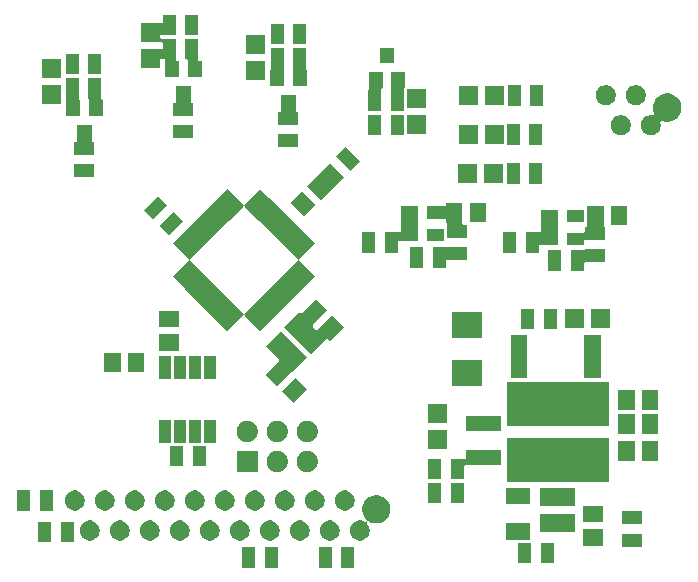
<source format=gts>
G04 #@! TF.GenerationSoftware,KiCad,Pcbnew,5.0.1-33cea8e~68~ubuntu18.04.1*
G04 #@! TF.CreationDate,2018-12-01T11:29:07-05:00*
G04 #@! TF.ProjectId,throttle,7468726F74746C652E6B696361645F70,rev?*
G04 #@! TF.SameCoordinates,Original*
G04 #@! TF.FileFunction,Soldermask,Top*
G04 #@! TF.FilePolarity,Negative*
%FSLAX46Y46*%
G04 Gerber Fmt 4.6, Leading zero omitted, Abs format (unit mm)*
G04 Created by KiCad (PCBNEW 5.0.1-33cea8e~68~ubuntu18.04.1) date Sat 01 Dec 2018 11:29:07 AM EST*
%MOMM*%
%LPD*%
G01*
G04 APERTURE LIST*
%ADD10C,0.100000*%
G04 APERTURE END LIST*
D10*
G36*
X117776000Y-95084000D02*
X116676000Y-95084000D01*
X116676000Y-93384000D01*
X117776000Y-93384000D01*
X117776000Y-95084000D01*
X117776000Y-95084000D01*
G37*
G36*
X124253000Y-95084000D02*
X123153000Y-95084000D01*
X123153000Y-93384000D01*
X124253000Y-93384000D01*
X124253000Y-95084000D01*
X124253000Y-95084000D01*
G37*
G36*
X126153000Y-95084000D02*
X125053000Y-95084000D01*
X125053000Y-93384000D01*
X126153000Y-93384000D01*
X126153000Y-95084000D01*
X126153000Y-95084000D01*
G37*
G36*
X119676000Y-95084000D02*
X118576000Y-95084000D01*
X118576000Y-93384000D01*
X119676000Y-93384000D01*
X119676000Y-95084000D01*
X119676000Y-95084000D01*
G37*
G36*
X143064879Y-94684933D02*
X141964879Y-94684933D01*
X141964879Y-92984933D01*
X143064879Y-92984933D01*
X143064879Y-94684933D01*
X143064879Y-94684933D01*
G37*
G36*
X141164879Y-94684933D02*
X140064879Y-94684933D01*
X140064879Y-92984933D01*
X141164879Y-92984933D01*
X141164879Y-94684933D01*
X141164879Y-94684933D01*
G37*
G36*
X150542879Y-93302933D02*
X148842879Y-93302933D01*
X148842879Y-92202933D01*
X150542879Y-92202933D01*
X150542879Y-93302933D01*
X150542879Y-93302933D01*
G37*
G36*
X147215879Y-93248933D02*
X145565879Y-93248933D01*
X145565879Y-91848933D01*
X147215879Y-91848933D01*
X147215879Y-93248933D01*
X147215879Y-93248933D01*
G37*
G36*
X102404000Y-92925000D02*
X101304000Y-92925000D01*
X101304000Y-91225000D01*
X102404000Y-91225000D01*
X102404000Y-92925000D01*
X102404000Y-92925000D01*
G37*
G36*
X100504000Y-92925000D02*
X99404000Y-92925000D01*
X99404000Y-91225000D01*
X100504000Y-91225000D01*
X100504000Y-92925000D01*
X100504000Y-92925000D01*
G37*
G36*
X104006934Y-91130664D02*
X104161627Y-91194740D01*
X104300847Y-91287764D01*
X104419236Y-91406153D01*
X104512260Y-91545373D01*
X104576336Y-91700066D01*
X104609000Y-91864281D01*
X104609000Y-92031719D01*
X104576336Y-92195934D01*
X104512260Y-92350627D01*
X104419236Y-92489847D01*
X104300847Y-92608236D01*
X104161627Y-92701260D01*
X104006934Y-92765336D01*
X103842719Y-92798000D01*
X103675281Y-92798000D01*
X103511066Y-92765336D01*
X103356373Y-92701260D01*
X103217153Y-92608236D01*
X103098764Y-92489847D01*
X103005740Y-92350627D01*
X102941664Y-92195934D01*
X102909000Y-92031719D01*
X102909000Y-91864281D01*
X102941664Y-91700066D01*
X103005740Y-91545373D01*
X103098764Y-91406153D01*
X103217153Y-91287764D01*
X103356373Y-91194740D01*
X103511066Y-91130664D01*
X103675281Y-91098000D01*
X103842719Y-91098000D01*
X104006934Y-91130664D01*
X104006934Y-91130664D01*
G37*
G36*
X106546934Y-91130664D02*
X106701627Y-91194740D01*
X106840847Y-91287764D01*
X106959236Y-91406153D01*
X107052260Y-91545373D01*
X107116336Y-91700066D01*
X107149000Y-91864281D01*
X107149000Y-92031719D01*
X107116336Y-92195934D01*
X107052260Y-92350627D01*
X106959236Y-92489847D01*
X106840847Y-92608236D01*
X106701627Y-92701260D01*
X106546934Y-92765336D01*
X106382719Y-92798000D01*
X106215281Y-92798000D01*
X106051066Y-92765336D01*
X105896373Y-92701260D01*
X105757153Y-92608236D01*
X105638764Y-92489847D01*
X105545740Y-92350627D01*
X105481664Y-92195934D01*
X105449000Y-92031719D01*
X105449000Y-91864281D01*
X105481664Y-91700066D01*
X105545740Y-91545373D01*
X105638764Y-91406153D01*
X105757153Y-91287764D01*
X105896373Y-91194740D01*
X106051066Y-91130664D01*
X106215281Y-91098000D01*
X106382719Y-91098000D01*
X106546934Y-91130664D01*
X106546934Y-91130664D01*
G37*
G36*
X111626934Y-91130664D02*
X111781627Y-91194740D01*
X111920847Y-91287764D01*
X112039236Y-91406153D01*
X112132260Y-91545373D01*
X112196336Y-91700066D01*
X112229000Y-91864281D01*
X112229000Y-92031719D01*
X112196336Y-92195934D01*
X112132260Y-92350627D01*
X112039236Y-92489847D01*
X111920847Y-92608236D01*
X111781627Y-92701260D01*
X111626934Y-92765336D01*
X111462719Y-92798000D01*
X111295281Y-92798000D01*
X111131066Y-92765336D01*
X110976373Y-92701260D01*
X110837153Y-92608236D01*
X110718764Y-92489847D01*
X110625740Y-92350627D01*
X110561664Y-92195934D01*
X110529000Y-92031719D01*
X110529000Y-91864281D01*
X110561664Y-91700066D01*
X110625740Y-91545373D01*
X110718764Y-91406153D01*
X110837153Y-91287764D01*
X110976373Y-91194740D01*
X111131066Y-91130664D01*
X111295281Y-91098000D01*
X111462719Y-91098000D01*
X111626934Y-91130664D01*
X111626934Y-91130664D01*
G37*
G36*
X114166934Y-91130664D02*
X114321627Y-91194740D01*
X114460847Y-91287764D01*
X114579236Y-91406153D01*
X114672260Y-91545373D01*
X114736336Y-91700066D01*
X114769000Y-91864281D01*
X114769000Y-92031719D01*
X114736336Y-92195934D01*
X114672260Y-92350627D01*
X114579236Y-92489847D01*
X114460847Y-92608236D01*
X114321627Y-92701260D01*
X114166934Y-92765336D01*
X114002719Y-92798000D01*
X113835281Y-92798000D01*
X113671066Y-92765336D01*
X113516373Y-92701260D01*
X113377153Y-92608236D01*
X113258764Y-92489847D01*
X113165740Y-92350627D01*
X113101664Y-92195934D01*
X113069000Y-92031719D01*
X113069000Y-91864281D01*
X113101664Y-91700066D01*
X113165740Y-91545373D01*
X113258764Y-91406153D01*
X113377153Y-91287764D01*
X113516373Y-91194740D01*
X113671066Y-91130664D01*
X113835281Y-91098000D01*
X114002719Y-91098000D01*
X114166934Y-91130664D01*
X114166934Y-91130664D01*
G37*
G36*
X116706934Y-91130664D02*
X116861627Y-91194740D01*
X117000847Y-91287764D01*
X117119236Y-91406153D01*
X117212260Y-91545373D01*
X117276336Y-91700066D01*
X117309000Y-91864281D01*
X117309000Y-92031719D01*
X117276336Y-92195934D01*
X117212260Y-92350627D01*
X117119236Y-92489847D01*
X117000847Y-92608236D01*
X116861627Y-92701260D01*
X116706934Y-92765336D01*
X116542719Y-92798000D01*
X116375281Y-92798000D01*
X116211066Y-92765336D01*
X116056373Y-92701260D01*
X115917153Y-92608236D01*
X115798764Y-92489847D01*
X115705740Y-92350627D01*
X115641664Y-92195934D01*
X115609000Y-92031719D01*
X115609000Y-91864281D01*
X115641664Y-91700066D01*
X115705740Y-91545373D01*
X115798764Y-91406153D01*
X115917153Y-91287764D01*
X116056373Y-91194740D01*
X116211066Y-91130664D01*
X116375281Y-91098000D01*
X116542719Y-91098000D01*
X116706934Y-91130664D01*
X116706934Y-91130664D01*
G37*
G36*
X121786934Y-91130664D02*
X121941627Y-91194740D01*
X122080847Y-91287764D01*
X122199236Y-91406153D01*
X122292260Y-91545373D01*
X122356336Y-91700066D01*
X122389000Y-91864281D01*
X122389000Y-92031719D01*
X122356336Y-92195934D01*
X122292260Y-92350627D01*
X122199236Y-92489847D01*
X122080847Y-92608236D01*
X121941627Y-92701260D01*
X121786934Y-92765336D01*
X121622719Y-92798000D01*
X121455281Y-92798000D01*
X121291066Y-92765336D01*
X121136373Y-92701260D01*
X120997153Y-92608236D01*
X120878764Y-92489847D01*
X120785740Y-92350627D01*
X120721664Y-92195934D01*
X120689000Y-92031719D01*
X120689000Y-91864281D01*
X120721664Y-91700066D01*
X120785740Y-91545373D01*
X120878764Y-91406153D01*
X120997153Y-91287764D01*
X121136373Y-91194740D01*
X121291066Y-91130664D01*
X121455281Y-91098000D01*
X121622719Y-91098000D01*
X121786934Y-91130664D01*
X121786934Y-91130664D01*
G37*
G36*
X124326934Y-91130664D02*
X124481627Y-91194740D01*
X124620847Y-91287764D01*
X124739236Y-91406153D01*
X124832260Y-91545373D01*
X124896336Y-91700066D01*
X124929000Y-91864281D01*
X124929000Y-92031719D01*
X124896336Y-92195934D01*
X124832260Y-92350627D01*
X124739236Y-92489847D01*
X124620847Y-92608236D01*
X124481627Y-92701260D01*
X124326934Y-92765336D01*
X124162719Y-92798000D01*
X123995281Y-92798000D01*
X123831066Y-92765336D01*
X123676373Y-92701260D01*
X123537153Y-92608236D01*
X123418764Y-92489847D01*
X123325740Y-92350627D01*
X123261664Y-92195934D01*
X123229000Y-92031719D01*
X123229000Y-91864281D01*
X123261664Y-91700066D01*
X123325740Y-91545373D01*
X123418764Y-91406153D01*
X123537153Y-91287764D01*
X123676373Y-91194740D01*
X123831066Y-91130664D01*
X123995281Y-91098000D01*
X124162719Y-91098000D01*
X124326934Y-91130664D01*
X124326934Y-91130664D01*
G37*
G36*
X128369026Y-88994115D02*
X128587412Y-89084573D01*
X128783958Y-89215901D01*
X128951099Y-89383042D01*
X129082427Y-89579588D01*
X129172885Y-89797974D01*
X129219000Y-90029809D01*
X129219000Y-90266191D01*
X129172885Y-90498026D01*
X129082427Y-90716412D01*
X128951099Y-90912958D01*
X128783958Y-91080099D01*
X128587412Y-91211427D01*
X128369026Y-91301885D01*
X128137191Y-91348000D01*
X127900809Y-91348000D01*
X127668974Y-91301885D01*
X127450588Y-91211427D01*
X127402605Y-91179366D01*
X127380994Y-91167815D01*
X127357545Y-91160702D01*
X127333159Y-91158300D01*
X127308773Y-91160702D01*
X127285324Y-91167815D01*
X127263713Y-91179366D01*
X127244771Y-91194912D01*
X127229225Y-91213854D01*
X127217674Y-91235465D01*
X127210561Y-91258914D01*
X127208159Y-91283300D01*
X127210561Y-91307686D01*
X127217674Y-91331135D01*
X127229225Y-91352746D01*
X127244771Y-91371688D01*
X127279236Y-91406153D01*
X127372260Y-91545373D01*
X127436336Y-91700066D01*
X127469000Y-91864281D01*
X127469000Y-92031719D01*
X127436336Y-92195934D01*
X127372260Y-92350627D01*
X127279236Y-92489847D01*
X127160847Y-92608236D01*
X127021627Y-92701260D01*
X126866934Y-92765336D01*
X126702719Y-92798000D01*
X126535281Y-92798000D01*
X126371066Y-92765336D01*
X126216373Y-92701260D01*
X126077153Y-92608236D01*
X125958764Y-92489847D01*
X125865740Y-92350627D01*
X125801664Y-92195934D01*
X125769000Y-92031719D01*
X125769000Y-91864281D01*
X125801664Y-91700066D01*
X125865740Y-91545373D01*
X125958764Y-91406153D01*
X126077153Y-91287764D01*
X126216373Y-91194740D01*
X126371066Y-91130664D01*
X126535281Y-91098000D01*
X126702719Y-91098000D01*
X126866934Y-91130664D01*
X127032006Y-91199039D01*
X127033897Y-91200050D01*
X127057347Y-91207163D01*
X127081733Y-91209564D01*
X127106119Y-91207162D01*
X127129568Y-91200048D01*
X127151179Y-91188497D01*
X127170121Y-91172951D01*
X127185666Y-91154009D01*
X127197217Y-91132398D01*
X127204330Y-91108948D01*
X127206731Y-91084562D01*
X127204329Y-91060176D01*
X127197215Y-91036727D01*
X127185664Y-91015116D01*
X127170119Y-90996176D01*
X127086901Y-90912958D01*
X126955573Y-90716412D01*
X126865115Y-90498026D01*
X126819000Y-90266191D01*
X126819000Y-90029809D01*
X126865115Y-89797974D01*
X126955573Y-89579588D01*
X127086901Y-89383042D01*
X127254042Y-89215901D01*
X127450588Y-89084573D01*
X127668974Y-88994115D01*
X127900809Y-88948000D01*
X128137191Y-88948000D01*
X128369026Y-88994115D01*
X128369026Y-88994115D01*
G37*
G36*
X119246934Y-91130664D02*
X119401627Y-91194740D01*
X119540847Y-91287764D01*
X119659236Y-91406153D01*
X119752260Y-91545373D01*
X119816336Y-91700066D01*
X119849000Y-91864281D01*
X119849000Y-92031719D01*
X119816336Y-92195934D01*
X119752260Y-92350627D01*
X119659236Y-92489847D01*
X119540847Y-92608236D01*
X119401627Y-92701260D01*
X119246934Y-92765336D01*
X119082719Y-92798000D01*
X118915281Y-92798000D01*
X118751066Y-92765336D01*
X118596373Y-92701260D01*
X118457153Y-92608236D01*
X118338764Y-92489847D01*
X118245740Y-92350627D01*
X118181664Y-92195934D01*
X118149000Y-92031719D01*
X118149000Y-91864281D01*
X118181664Y-91700066D01*
X118245740Y-91545373D01*
X118338764Y-91406153D01*
X118457153Y-91287764D01*
X118596373Y-91194740D01*
X118751066Y-91130664D01*
X118915281Y-91098000D01*
X119082719Y-91098000D01*
X119246934Y-91130664D01*
X119246934Y-91130664D01*
G37*
G36*
X109086934Y-91130664D02*
X109241627Y-91194740D01*
X109380847Y-91287764D01*
X109499236Y-91406153D01*
X109592260Y-91545373D01*
X109656336Y-91700066D01*
X109689000Y-91864281D01*
X109689000Y-92031719D01*
X109656336Y-92195934D01*
X109592260Y-92350627D01*
X109499236Y-92489847D01*
X109380847Y-92608236D01*
X109241627Y-92701260D01*
X109086934Y-92765336D01*
X108922719Y-92798000D01*
X108755281Y-92798000D01*
X108591066Y-92765336D01*
X108436373Y-92701260D01*
X108297153Y-92608236D01*
X108178764Y-92489847D01*
X108085740Y-92350627D01*
X108021664Y-92195934D01*
X107989000Y-92031719D01*
X107989000Y-91864281D01*
X108021664Y-91700066D01*
X108085740Y-91545373D01*
X108178764Y-91406153D01*
X108297153Y-91287764D01*
X108436373Y-91194740D01*
X108591066Y-91130664D01*
X108755281Y-91098000D01*
X108922719Y-91098000D01*
X109086934Y-91130664D01*
X109086934Y-91130664D01*
G37*
G36*
X141040879Y-92732933D02*
X139040879Y-92732933D01*
X139040879Y-91332933D01*
X141040879Y-91332933D01*
X141040879Y-92732933D01*
X141040879Y-92732933D01*
G37*
G36*
X144855979Y-92045433D02*
X141905979Y-92045433D01*
X141905979Y-90585433D01*
X144855979Y-90585433D01*
X144855979Y-92045433D01*
X144855979Y-92045433D01*
G37*
G36*
X150542879Y-91402933D02*
X148842879Y-91402933D01*
X148842879Y-90302933D01*
X150542879Y-90302933D01*
X150542879Y-91402933D01*
X150542879Y-91402933D01*
G37*
G36*
X147215879Y-91248933D02*
X145565879Y-91248933D01*
X145565879Y-89848933D01*
X147215879Y-89848933D01*
X147215879Y-91248933D01*
X147215879Y-91248933D01*
G37*
G36*
X107816934Y-88590664D02*
X107971627Y-88654740D01*
X108110847Y-88747764D01*
X108229236Y-88866153D01*
X108322260Y-89005373D01*
X108386336Y-89160066D01*
X108419000Y-89324281D01*
X108419000Y-89491719D01*
X108386336Y-89655934D01*
X108322260Y-89810627D01*
X108229236Y-89949847D01*
X108110847Y-90068236D01*
X107971627Y-90161260D01*
X107816934Y-90225336D01*
X107652719Y-90258000D01*
X107485281Y-90258000D01*
X107321066Y-90225336D01*
X107166373Y-90161260D01*
X107027153Y-90068236D01*
X106908764Y-89949847D01*
X106815740Y-89810627D01*
X106751664Y-89655934D01*
X106719000Y-89491719D01*
X106719000Y-89324281D01*
X106751664Y-89160066D01*
X106815740Y-89005373D01*
X106908764Y-88866153D01*
X107027153Y-88747764D01*
X107166373Y-88654740D01*
X107321066Y-88590664D01*
X107485281Y-88558000D01*
X107652719Y-88558000D01*
X107816934Y-88590664D01*
X107816934Y-88590664D01*
G37*
G36*
X100626000Y-90258000D02*
X99526000Y-90258000D01*
X99526000Y-88558000D01*
X100626000Y-88558000D01*
X100626000Y-90258000D01*
X100626000Y-90258000D01*
G37*
G36*
X98726000Y-90258000D02*
X97626000Y-90258000D01*
X97626000Y-88558000D01*
X98726000Y-88558000D01*
X98726000Y-90258000D01*
X98726000Y-90258000D01*
G37*
G36*
X102736934Y-88590664D02*
X102891627Y-88654740D01*
X103030847Y-88747764D01*
X103149236Y-88866153D01*
X103242260Y-89005373D01*
X103306336Y-89160066D01*
X103339000Y-89324281D01*
X103339000Y-89491719D01*
X103306336Y-89655934D01*
X103242260Y-89810627D01*
X103149236Y-89949847D01*
X103030847Y-90068236D01*
X102891627Y-90161260D01*
X102736934Y-90225336D01*
X102572719Y-90258000D01*
X102405281Y-90258000D01*
X102241066Y-90225336D01*
X102086373Y-90161260D01*
X101947153Y-90068236D01*
X101828764Y-89949847D01*
X101735740Y-89810627D01*
X101671664Y-89655934D01*
X101639000Y-89491719D01*
X101639000Y-89324281D01*
X101671664Y-89160066D01*
X101735740Y-89005373D01*
X101828764Y-88866153D01*
X101947153Y-88747764D01*
X102086373Y-88654740D01*
X102241066Y-88590664D01*
X102405281Y-88558000D01*
X102572719Y-88558000D01*
X102736934Y-88590664D01*
X102736934Y-88590664D01*
G37*
G36*
X105276934Y-88590664D02*
X105431627Y-88654740D01*
X105570847Y-88747764D01*
X105689236Y-88866153D01*
X105782260Y-89005373D01*
X105846336Y-89160066D01*
X105879000Y-89324281D01*
X105879000Y-89491719D01*
X105846336Y-89655934D01*
X105782260Y-89810627D01*
X105689236Y-89949847D01*
X105570847Y-90068236D01*
X105431627Y-90161260D01*
X105276934Y-90225336D01*
X105112719Y-90258000D01*
X104945281Y-90258000D01*
X104781066Y-90225336D01*
X104626373Y-90161260D01*
X104487153Y-90068236D01*
X104368764Y-89949847D01*
X104275740Y-89810627D01*
X104211664Y-89655934D01*
X104179000Y-89491719D01*
X104179000Y-89324281D01*
X104211664Y-89160066D01*
X104275740Y-89005373D01*
X104368764Y-88866153D01*
X104487153Y-88747764D01*
X104626373Y-88654740D01*
X104781066Y-88590664D01*
X104945281Y-88558000D01*
X105112719Y-88558000D01*
X105276934Y-88590664D01*
X105276934Y-88590664D01*
G37*
G36*
X110356934Y-88590664D02*
X110511627Y-88654740D01*
X110650847Y-88747764D01*
X110769236Y-88866153D01*
X110862260Y-89005373D01*
X110926336Y-89160066D01*
X110959000Y-89324281D01*
X110959000Y-89491719D01*
X110926336Y-89655934D01*
X110862260Y-89810627D01*
X110769236Y-89949847D01*
X110650847Y-90068236D01*
X110511627Y-90161260D01*
X110356934Y-90225336D01*
X110192719Y-90258000D01*
X110025281Y-90258000D01*
X109861066Y-90225336D01*
X109706373Y-90161260D01*
X109567153Y-90068236D01*
X109448764Y-89949847D01*
X109355740Y-89810627D01*
X109291664Y-89655934D01*
X109259000Y-89491719D01*
X109259000Y-89324281D01*
X109291664Y-89160066D01*
X109355740Y-89005373D01*
X109448764Y-88866153D01*
X109567153Y-88747764D01*
X109706373Y-88654740D01*
X109861066Y-88590664D01*
X110025281Y-88558000D01*
X110192719Y-88558000D01*
X110356934Y-88590664D01*
X110356934Y-88590664D01*
G37*
G36*
X112896934Y-88590664D02*
X113051627Y-88654740D01*
X113190847Y-88747764D01*
X113309236Y-88866153D01*
X113402260Y-89005373D01*
X113466336Y-89160066D01*
X113499000Y-89324281D01*
X113499000Y-89491719D01*
X113466336Y-89655934D01*
X113402260Y-89810627D01*
X113309236Y-89949847D01*
X113190847Y-90068236D01*
X113051627Y-90161260D01*
X112896934Y-90225336D01*
X112732719Y-90258000D01*
X112565281Y-90258000D01*
X112401066Y-90225336D01*
X112246373Y-90161260D01*
X112107153Y-90068236D01*
X111988764Y-89949847D01*
X111895740Y-89810627D01*
X111831664Y-89655934D01*
X111799000Y-89491719D01*
X111799000Y-89324281D01*
X111831664Y-89160066D01*
X111895740Y-89005373D01*
X111988764Y-88866153D01*
X112107153Y-88747764D01*
X112246373Y-88654740D01*
X112401066Y-88590664D01*
X112565281Y-88558000D01*
X112732719Y-88558000D01*
X112896934Y-88590664D01*
X112896934Y-88590664D01*
G37*
G36*
X115436934Y-88590664D02*
X115591627Y-88654740D01*
X115730847Y-88747764D01*
X115849236Y-88866153D01*
X115942260Y-89005373D01*
X116006336Y-89160066D01*
X116039000Y-89324281D01*
X116039000Y-89491719D01*
X116006336Y-89655934D01*
X115942260Y-89810627D01*
X115849236Y-89949847D01*
X115730847Y-90068236D01*
X115591627Y-90161260D01*
X115436934Y-90225336D01*
X115272719Y-90258000D01*
X115105281Y-90258000D01*
X114941066Y-90225336D01*
X114786373Y-90161260D01*
X114647153Y-90068236D01*
X114528764Y-89949847D01*
X114435740Y-89810627D01*
X114371664Y-89655934D01*
X114339000Y-89491719D01*
X114339000Y-89324281D01*
X114371664Y-89160066D01*
X114435740Y-89005373D01*
X114528764Y-88866153D01*
X114647153Y-88747764D01*
X114786373Y-88654740D01*
X114941066Y-88590664D01*
X115105281Y-88558000D01*
X115272719Y-88558000D01*
X115436934Y-88590664D01*
X115436934Y-88590664D01*
G37*
G36*
X117976934Y-88590664D02*
X118131627Y-88654740D01*
X118270847Y-88747764D01*
X118389236Y-88866153D01*
X118482260Y-89005373D01*
X118546336Y-89160066D01*
X118579000Y-89324281D01*
X118579000Y-89491719D01*
X118546336Y-89655934D01*
X118482260Y-89810627D01*
X118389236Y-89949847D01*
X118270847Y-90068236D01*
X118131627Y-90161260D01*
X117976934Y-90225336D01*
X117812719Y-90258000D01*
X117645281Y-90258000D01*
X117481066Y-90225336D01*
X117326373Y-90161260D01*
X117187153Y-90068236D01*
X117068764Y-89949847D01*
X116975740Y-89810627D01*
X116911664Y-89655934D01*
X116879000Y-89491719D01*
X116879000Y-89324281D01*
X116911664Y-89160066D01*
X116975740Y-89005373D01*
X117068764Y-88866153D01*
X117187153Y-88747764D01*
X117326373Y-88654740D01*
X117481066Y-88590664D01*
X117645281Y-88558000D01*
X117812719Y-88558000D01*
X117976934Y-88590664D01*
X117976934Y-88590664D01*
G37*
G36*
X120516934Y-88590664D02*
X120671627Y-88654740D01*
X120810847Y-88747764D01*
X120929236Y-88866153D01*
X121022260Y-89005373D01*
X121086336Y-89160066D01*
X121119000Y-89324281D01*
X121119000Y-89491719D01*
X121086336Y-89655934D01*
X121022260Y-89810627D01*
X120929236Y-89949847D01*
X120810847Y-90068236D01*
X120671627Y-90161260D01*
X120516934Y-90225336D01*
X120352719Y-90258000D01*
X120185281Y-90258000D01*
X120021066Y-90225336D01*
X119866373Y-90161260D01*
X119727153Y-90068236D01*
X119608764Y-89949847D01*
X119515740Y-89810627D01*
X119451664Y-89655934D01*
X119419000Y-89491719D01*
X119419000Y-89324281D01*
X119451664Y-89160066D01*
X119515740Y-89005373D01*
X119608764Y-88866153D01*
X119727153Y-88747764D01*
X119866373Y-88654740D01*
X120021066Y-88590664D01*
X120185281Y-88558000D01*
X120352719Y-88558000D01*
X120516934Y-88590664D01*
X120516934Y-88590664D01*
G37*
G36*
X123056934Y-88590664D02*
X123211627Y-88654740D01*
X123350847Y-88747764D01*
X123469236Y-88866153D01*
X123562260Y-89005373D01*
X123626336Y-89160066D01*
X123659000Y-89324281D01*
X123659000Y-89491719D01*
X123626336Y-89655934D01*
X123562260Y-89810627D01*
X123469236Y-89949847D01*
X123350847Y-90068236D01*
X123211627Y-90161260D01*
X123056934Y-90225336D01*
X122892719Y-90258000D01*
X122725281Y-90258000D01*
X122561066Y-90225336D01*
X122406373Y-90161260D01*
X122267153Y-90068236D01*
X122148764Y-89949847D01*
X122055740Y-89810627D01*
X121991664Y-89655934D01*
X121959000Y-89491719D01*
X121959000Y-89324281D01*
X121991664Y-89160066D01*
X122055740Y-89005373D01*
X122148764Y-88866153D01*
X122267153Y-88747764D01*
X122406373Y-88654740D01*
X122561066Y-88590664D01*
X122725281Y-88558000D01*
X122892719Y-88558000D01*
X123056934Y-88590664D01*
X123056934Y-88590664D01*
G37*
G36*
X125596934Y-88590664D02*
X125751627Y-88654740D01*
X125890847Y-88747764D01*
X126009236Y-88866153D01*
X126102260Y-89005373D01*
X126166336Y-89160066D01*
X126199000Y-89324281D01*
X126199000Y-89491719D01*
X126166336Y-89655934D01*
X126102260Y-89810627D01*
X126009236Y-89949847D01*
X125890847Y-90068236D01*
X125751627Y-90161260D01*
X125596934Y-90225336D01*
X125432719Y-90258000D01*
X125265281Y-90258000D01*
X125101066Y-90225336D01*
X124946373Y-90161260D01*
X124807153Y-90068236D01*
X124688764Y-89949847D01*
X124595740Y-89810627D01*
X124531664Y-89655934D01*
X124499000Y-89491719D01*
X124499000Y-89324281D01*
X124531664Y-89160066D01*
X124595740Y-89005373D01*
X124688764Y-88866153D01*
X124807153Y-88747764D01*
X124946373Y-88654740D01*
X125101066Y-88590664D01*
X125265281Y-88558000D01*
X125432719Y-88558000D01*
X125596934Y-88590664D01*
X125596934Y-88590664D01*
G37*
G36*
X144855979Y-89845433D02*
X141905979Y-89845433D01*
X141905979Y-88385433D01*
X144855979Y-88385433D01*
X144855979Y-89845433D01*
X144855979Y-89845433D01*
G37*
G36*
X141040879Y-89732933D02*
X139040879Y-89732933D01*
X139040879Y-88332933D01*
X141040879Y-88332933D01*
X141040879Y-89732933D01*
X141040879Y-89732933D01*
G37*
G36*
X135444879Y-89604933D02*
X134344879Y-89604933D01*
X134344879Y-87904933D01*
X135444879Y-87904933D01*
X135444879Y-89604933D01*
X135444879Y-89604933D01*
G37*
G36*
X133544879Y-89604933D02*
X132444879Y-89604933D01*
X132444879Y-87904933D01*
X133544879Y-87904933D01*
X133544879Y-89604933D01*
X133544879Y-89604933D01*
G37*
G36*
X147706379Y-87811433D02*
X139106379Y-87811433D01*
X139106379Y-84111433D01*
X147706379Y-84111433D01*
X147706379Y-87811433D01*
X147706379Y-87811433D01*
G37*
G36*
X133544879Y-87572933D02*
X132444879Y-87572933D01*
X132444879Y-85872933D01*
X133544879Y-85872933D01*
X133544879Y-87572933D01*
X133544879Y-87572933D01*
G37*
G36*
X138550379Y-86415433D02*
X135569879Y-86415433D01*
X135545493Y-86417835D01*
X135522044Y-86424948D01*
X135500433Y-86436499D01*
X135481491Y-86452045D01*
X135465945Y-86470987D01*
X135454394Y-86492598D01*
X135447281Y-86516047D01*
X135444879Y-86540433D01*
X135444879Y-87572933D01*
X134344879Y-87572933D01*
X134344879Y-85872933D01*
X135525379Y-85872933D01*
X135549765Y-85870531D01*
X135573214Y-85863418D01*
X135594825Y-85851867D01*
X135613767Y-85836321D01*
X135629313Y-85817379D01*
X135640864Y-85795768D01*
X135647977Y-85772319D01*
X135650379Y-85747933D01*
X135650379Y-85115433D01*
X138550379Y-85115433D01*
X138550379Y-86415433D01*
X138550379Y-86415433D01*
G37*
G36*
X117994000Y-87006000D02*
X116194000Y-87006000D01*
X116194000Y-85206000D01*
X117994000Y-85206000D01*
X117994000Y-87006000D01*
X117994000Y-87006000D01*
G37*
G36*
X122436521Y-85240586D02*
X122600309Y-85308429D01*
X122747720Y-85406926D01*
X122873074Y-85532280D01*
X122971571Y-85679691D01*
X123039414Y-85843479D01*
X123074000Y-86017356D01*
X123074000Y-86194644D01*
X123039414Y-86368521D01*
X122971571Y-86532309D01*
X122873074Y-86679720D01*
X122747720Y-86805074D01*
X122600309Y-86903571D01*
X122436521Y-86971414D01*
X122262644Y-87006000D01*
X122085356Y-87006000D01*
X121911479Y-86971414D01*
X121747691Y-86903571D01*
X121600280Y-86805074D01*
X121474926Y-86679720D01*
X121376429Y-86532309D01*
X121308586Y-86368521D01*
X121274000Y-86194644D01*
X121274000Y-86017356D01*
X121308586Y-85843479D01*
X121376429Y-85679691D01*
X121474926Y-85532280D01*
X121600280Y-85406926D01*
X121747691Y-85308429D01*
X121911479Y-85240586D01*
X122085356Y-85206000D01*
X122262644Y-85206000D01*
X122436521Y-85240586D01*
X122436521Y-85240586D01*
G37*
G36*
X119896521Y-85240586D02*
X120060309Y-85308429D01*
X120207720Y-85406926D01*
X120333074Y-85532280D01*
X120431571Y-85679691D01*
X120499414Y-85843479D01*
X120534000Y-86017356D01*
X120534000Y-86194644D01*
X120499414Y-86368521D01*
X120431571Y-86532309D01*
X120333074Y-86679720D01*
X120207720Y-86805074D01*
X120060309Y-86903571D01*
X119896521Y-86971414D01*
X119722644Y-87006000D01*
X119545356Y-87006000D01*
X119371479Y-86971414D01*
X119207691Y-86903571D01*
X119060280Y-86805074D01*
X118934926Y-86679720D01*
X118836429Y-86532309D01*
X118768586Y-86368521D01*
X118734000Y-86194644D01*
X118734000Y-86017356D01*
X118768586Y-85843479D01*
X118836429Y-85679691D01*
X118934926Y-85532280D01*
X119060280Y-85406926D01*
X119207691Y-85308429D01*
X119371479Y-85240586D01*
X119545356Y-85206000D01*
X119722644Y-85206000D01*
X119896521Y-85240586D01*
X119896521Y-85240586D01*
G37*
G36*
X111670076Y-86508510D02*
X110570076Y-86508510D01*
X110570076Y-84808510D01*
X111670076Y-84808510D01*
X111670076Y-86508510D01*
X111670076Y-86508510D01*
G37*
G36*
X113570074Y-86508510D02*
X112470074Y-86508510D01*
X112470074Y-84808510D01*
X113570074Y-84808510D01*
X113570074Y-86508510D01*
X113570074Y-86508510D01*
G37*
G36*
X151900879Y-86023933D02*
X150500879Y-86023933D01*
X150500879Y-84373933D01*
X151900879Y-84373933D01*
X151900879Y-86023933D01*
X151900879Y-86023933D01*
G37*
G36*
X149900879Y-86023933D02*
X148500879Y-86023933D01*
X148500879Y-84373933D01*
X149900879Y-84373933D01*
X149900879Y-86023933D01*
X149900879Y-86023933D01*
G37*
G36*
X133982879Y-85066933D02*
X132382879Y-85066933D01*
X132382879Y-83466933D01*
X133982879Y-83466933D01*
X133982879Y-85066933D01*
X133982879Y-85066933D01*
G37*
G36*
X110665075Y-84507509D02*
X109665075Y-84507509D01*
X109665075Y-82557509D01*
X110665075Y-82557509D01*
X110665075Y-84507509D01*
X110665075Y-84507509D01*
G37*
G36*
X111935075Y-84507509D02*
X110935075Y-84507509D01*
X110935075Y-82557509D01*
X111935075Y-82557509D01*
X111935075Y-84507509D01*
X111935075Y-84507509D01*
G37*
G36*
X113205075Y-84507509D02*
X112205075Y-84507509D01*
X112205075Y-82557509D01*
X113205075Y-82557509D01*
X113205075Y-84507509D01*
X113205075Y-84507509D01*
G37*
G36*
X114475075Y-84507509D02*
X113475075Y-84507509D01*
X113475075Y-82557509D01*
X114475075Y-82557509D01*
X114475075Y-84507509D01*
X114475075Y-84507509D01*
G37*
G36*
X117356521Y-82700586D02*
X117520309Y-82768429D01*
X117667720Y-82866926D01*
X117793074Y-82992280D01*
X117891571Y-83139691D01*
X117959414Y-83303479D01*
X117994000Y-83477356D01*
X117994000Y-83654644D01*
X117959414Y-83828521D01*
X117891571Y-83992309D01*
X117793074Y-84139720D01*
X117667720Y-84265074D01*
X117520309Y-84363571D01*
X117356521Y-84431414D01*
X117182644Y-84466000D01*
X117005356Y-84466000D01*
X116831479Y-84431414D01*
X116667691Y-84363571D01*
X116520280Y-84265074D01*
X116394926Y-84139720D01*
X116296429Y-83992309D01*
X116228586Y-83828521D01*
X116194000Y-83654644D01*
X116194000Y-83477356D01*
X116228586Y-83303479D01*
X116296429Y-83139691D01*
X116394926Y-82992280D01*
X116520280Y-82866926D01*
X116667691Y-82768429D01*
X116831479Y-82700586D01*
X117005356Y-82666000D01*
X117182644Y-82666000D01*
X117356521Y-82700586D01*
X117356521Y-82700586D01*
G37*
G36*
X122436521Y-82700586D02*
X122600309Y-82768429D01*
X122747720Y-82866926D01*
X122873074Y-82992280D01*
X122971571Y-83139691D01*
X123039414Y-83303479D01*
X123074000Y-83477356D01*
X123074000Y-83654644D01*
X123039414Y-83828521D01*
X122971571Y-83992309D01*
X122873074Y-84139720D01*
X122747720Y-84265074D01*
X122600309Y-84363571D01*
X122436521Y-84431414D01*
X122262644Y-84466000D01*
X122085356Y-84466000D01*
X121911479Y-84431414D01*
X121747691Y-84363571D01*
X121600280Y-84265074D01*
X121474926Y-84139720D01*
X121376429Y-83992309D01*
X121308586Y-83828521D01*
X121274000Y-83654644D01*
X121274000Y-83477356D01*
X121308586Y-83303479D01*
X121376429Y-83139691D01*
X121474926Y-82992280D01*
X121600280Y-82866926D01*
X121747691Y-82768429D01*
X121911479Y-82700586D01*
X122085356Y-82666000D01*
X122262644Y-82666000D01*
X122436521Y-82700586D01*
X122436521Y-82700586D01*
G37*
G36*
X119896521Y-82700586D02*
X120060309Y-82768429D01*
X120207720Y-82866926D01*
X120333074Y-82992280D01*
X120431571Y-83139691D01*
X120499414Y-83303479D01*
X120534000Y-83477356D01*
X120534000Y-83654644D01*
X120499414Y-83828521D01*
X120431571Y-83992309D01*
X120333074Y-84139720D01*
X120207720Y-84265074D01*
X120060309Y-84363571D01*
X119896521Y-84431414D01*
X119722644Y-84466000D01*
X119545356Y-84466000D01*
X119371479Y-84431414D01*
X119207691Y-84363571D01*
X119060280Y-84265074D01*
X118934926Y-84139720D01*
X118836429Y-83992309D01*
X118768586Y-83828521D01*
X118734000Y-83654644D01*
X118734000Y-83477356D01*
X118768586Y-83303479D01*
X118836429Y-83139691D01*
X118934926Y-82992280D01*
X119060280Y-82866926D01*
X119207691Y-82768429D01*
X119371479Y-82700586D01*
X119545356Y-82666000D01*
X119722644Y-82666000D01*
X119896521Y-82700586D01*
X119896521Y-82700586D01*
G37*
G36*
X149900879Y-83737933D02*
X148500879Y-83737933D01*
X148500879Y-82087933D01*
X149900879Y-82087933D01*
X149900879Y-83737933D01*
X149900879Y-83737933D01*
G37*
G36*
X151900879Y-83737933D02*
X150500879Y-83737933D01*
X150500879Y-82087933D01*
X151900879Y-82087933D01*
X151900879Y-83737933D01*
X151900879Y-83737933D01*
G37*
G36*
X138550379Y-83515433D02*
X135650379Y-83515433D01*
X135650379Y-82215433D01*
X138550379Y-82215433D01*
X138550379Y-83515433D01*
X138550379Y-83515433D01*
G37*
G36*
X147706379Y-83111433D02*
X139106379Y-83111433D01*
X139106379Y-79411433D01*
X147706379Y-79411433D01*
X147706379Y-83111433D01*
X147706379Y-83111433D01*
G37*
G36*
X133982879Y-82866933D02*
X132382879Y-82866933D01*
X132382879Y-81266933D01*
X133982879Y-81266933D01*
X133982879Y-82866933D01*
X133982879Y-82866933D01*
G37*
G36*
X149900879Y-81705933D02*
X148500879Y-81705933D01*
X148500879Y-80055933D01*
X149900879Y-80055933D01*
X149900879Y-81705933D01*
X149900879Y-81705933D01*
G37*
G36*
X151900879Y-81705933D02*
X150500879Y-81705933D01*
X150500879Y-80055933D01*
X151900879Y-80055933D01*
X151900879Y-81705933D01*
X151900879Y-81705933D01*
G37*
G36*
X122181446Y-79993719D02*
X121014719Y-81160446D01*
X120024768Y-80170495D01*
X121191495Y-79003768D01*
X122181446Y-79993719D01*
X122181446Y-79993719D01*
G37*
G36*
X122189818Y-77292295D02*
X120914279Y-78567834D01*
X120897172Y-78558691D01*
X120873723Y-78551578D01*
X120849337Y-78549176D01*
X120824951Y-78551578D01*
X120801502Y-78558691D01*
X120779891Y-78570242D01*
X120760949Y-78585788D01*
X119600505Y-79746232D01*
X118610554Y-78756281D01*
X119770998Y-77595837D01*
X119786544Y-77576895D01*
X119798095Y-77555284D01*
X119805208Y-77531835D01*
X119807610Y-77507449D01*
X119805208Y-77483063D01*
X119798095Y-77459614D01*
X119786544Y-77438003D01*
X119770998Y-77419061D01*
X118654283Y-76302346D01*
X119927076Y-75029553D01*
X122189818Y-77292295D01*
X122189818Y-77292295D01*
G37*
G36*
X137002379Y-79683933D02*
X134443379Y-79683933D01*
X134443379Y-77505933D01*
X137002379Y-77505933D01*
X137002379Y-79683933D01*
X137002379Y-79683933D01*
G37*
G36*
X110665075Y-79107509D02*
X109665075Y-79107509D01*
X109665075Y-77157509D01*
X110665075Y-77157509D01*
X110665075Y-79107509D01*
X110665075Y-79107509D01*
G37*
G36*
X111935075Y-79107509D02*
X110935075Y-79107509D01*
X110935075Y-77157509D01*
X111935075Y-77157509D01*
X111935075Y-79107509D01*
X111935075Y-79107509D01*
G37*
G36*
X113205075Y-79107509D02*
X112205075Y-79107509D01*
X112205075Y-77157509D01*
X113205075Y-77157509D01*
X113205075Y-79107509D01*
X113205075Y-79107509D01*
G37*
G36*
X114475075Y-79107509D02*
X113475075Y-79107509D01*
X113475075Y-77157509D01*
X114475075Y-77157509D01*
X114475075Y-79107509D01*
X114475075Y-79107509D01*
G37*
G36*
X147015879Y-78997933D02*
X145615879Y-78997933D01*
X145615879Y-75397933D01*
X147015879Y-75397933D01*
X147015879Y-78997933D01*
X147015879Y-78997933D01*
G37*
G36*
X140815879Y-78997933D02*
X139415879Y-78997933D01*
X139415879Y-75397933D01*
X140815879Y-75397933D01*
X140815879Y-78997933D01*
X140815879Y-78997933D01*
G37*
G36*
X106380000Y-78549000D02*
X104980000Y-78549000D01*
X104980000Y-76899000D01*
X106380000Y-76899000D01*
X106380000Y-78549000D01*
X106380000Y-78549000D01*
G37*
G36*
X108380000Y-78549000D02*
X106980000Y-78549000D01*
X106980000Y-76899000D01*
X108380000Y-76899000D01*
X108380000Y-78549000D01*
X108380000Y-78549000D01*
G37*
G36*
X123887339Y-73317612D02*
X122695260Y-74509691D01*
X122679714Y-74528633D01*
X122668163Y-74550244D01*
X122661050Y-74573693D01*
X122658648Y-74598079D01*
X122661050Y-74622465D01*
X122668163Y-74645914D01*
X122679714Y-74667525D01*
X122695260Y-74686467D01*
X122942747Y-74933954D01*
X122961689Y-74949500D01*
X122983300Y-74961051D01*
X123006749Y-74968164D01*
X123031135Y-74970566D01*
X123055521Y-74968164D01*
X123078970Y-74961051D01*
X123100581Y-74949500D01*
X123119523Y-74933954D01*
X124311602Y-73741875D01*
X125301553Y-74731826D01*
X124134826Y-75898553D01*
X123947581Y-75711308D01*
X123928639Y-75695762D01*
X123907028Y-75684211D01*
X123883579Y-75677098D01*
X123859193Y-75674696D01*
X123834807Y-75677098D01*
X123811358Y-75684211D01*
X123789747Y-75695762D01*
X123770805Y-75711308D01*
X122472660Y-77009453D01*
X120209918Y-74746711D01*
X121482711Y-73473918D01*
X121528533Y-73519740D01*
X121547475Y-73535286D01*
X121569086Y-73546837D01*
X121592535Y-73553950D01*
X121616921Y-73556352D01*
X121641307Y-73553950D01*
X121664756Y-73546837D01*
X121686367Y-73535286D01*
X121705309Y-73519740D01*
X122897388Y-72327661D01*
X123887339Y-73317612D01*
X123887339Y-73317612D01*
G37*
G36*
X111315000Y-76741000D02*
X109665000Y-76741000D01*
X109665000Y-75341000D01*
X111315000Y-75341000D01*
X111315000Y-76741000D01*
X111315000Y-76741000D01*
G37*
G36*
X137002379Y-75619933D02*
X134443379Y-75619933D01*
X134443379Y-73441933D01*
X137002379Y-73441933D01*
X137002379Y-75619933D01*
X137002379Y-75619933D01*
G37*
G36*
X118978454Y-63767539D02*
X118978459Y-63767545D01*
X119261302Y-64050388D01*
X119261308Y-64050393D01*
X121806881Y-66595966D01*
X121806886Y-66595972D01*
X122089729Y-66878815D01*
X122089735Y-66878820D01*
X122849869Y-67638954D01*
X121541721Y-68947102D01*
X121526175Y-68966044D01*
X121514624Y-68987655D01*
X121507511Y-69011104D01*
X121505109Y-69035490D01*
X121507511Y-69059876D01*
X121514624Y-69083325D01*
X121526175Y-69104936D01*
X121541721Y-69123878D01*
X122849869Y-70432026D01*
X118218319Y-75063576D01*
X116910171Y-73755428D01*
X116891229Y-73739882D01*
X116869618Y-73728331D01*
X116846169Y-73721218D01*
X116821783Y-73718816D01*
X116797397Y-73721218D01*
X116773948Y-73728331D01*
X116752337Y-73739882D01*
X116733395Y-73755428D01*
X115425247Y-75063576D01*
X114665113Y-74303442D01*
X114665108Y-74303436D01*
X114382265Y-74020593D01*
X114382259Y-74020588D01*
X111836686Y-71475015D01*
X111836681Y-71475009D01*
X111553838Y-71192166D01*
X111553832Y-71192161D01*
X110793697Y-70432026D01*
X112101845Y-69123878D01*
X112117391Y-69104936D01*
X112128942Y-69083325D01*
X112136055Y-69059876D01*
X112138457Y-69035490D01*
X112277365Y-69035490D01*
X112279767Y-69059876D01*
X112286880Y-69083325D01*
X112298431Y-69104936D01*
X112313977Y-69123878D01*
X112685209Y-69495110D01*
X112685215Y-69495115D01*
X113533732Y-70343632D01*
X113533737Y-70343638D01*
X115513636Y-72323537D01*
X115513642Y-72323542D01*
X116362159Y-73172059D01*
X116362164Y-73172065D01*
X116733395Y-73543296D01*
X116752337Y-73558842D01*
X116773948Y-73570393D01*
X116797397Y-73577506D01*
X116821783Y-73579908D01*
X116846169Y-73577506D01*
X116869618Y-73570393D01*
X116891229Y-73558842D01*
X116910171Y-73543296D01*
X117281408Y-73172059D01*
X117281412Y-73172054D01*
X118129920Y-72323546D01*
X118129926Y-72323541D01*
X120109835Y-70343632D01*
X120109839Y-70343627D01*
X120958347Y-69495119D01*
X120958352Y-69495115D01*
X121329589Y-69123878D01*
X121345135Y-69104936D01*
X121356686Y-69083325D01*
X121363799Y-69059876D01*
X121366201Y-69035490D01*
X121363799Y-69011104D01*
X121356686Y-68987654D01*
X121345135Y-68966044D01*
X121329589Y-68947102D01*
X120958358Y-68575871D01*
X120958352Y-68575866D01*
X120109835Y-67727349D01*
X120109830Y-67727343D01*
X118129931Y-65747444D01*
X118129925Y-65747439D01*
X117281408Y-64898922D01*
X117281403Y-64898916D01*
X116910171Y-64527684D01*
X116891229Y-64512138D01*
X116869618Y-64500587D01*
X116846169Y-64493474D01*
X116821783Y-64491072D01*
X116797397Y-64493474D01*
X116773948Y-64500587D01*
X116752337Y-64512138D01*
X116733395Y-64527684D01*
X116362164Y-64898916D01*
X115513636Y-65747444D01*
X115142405Y-66118674D01*
X113816579Y-67444500D01*
X113533737Y-67727343D01*
X112685209Y-68575871D01*
X112313977Y-68947102D01*
X112298431Y-68966044D01*
X112286880Y-68987655D01*
X112279767Y-69011104D01*
X112277365Y-69035490D01*
X112138457Y-69035490D01*
X112136055Y-69011104D01*
X112128942Y-68987655D01*
X112117391Y-68966044D01*
X112101845Y-68947102D01*
X110793697Y-67638954D01*
X111553827Y-66878824D01*
X111553833Y-66878820D01*
X111836686Y-66595966D01*
X111836690Y-66595961D01*
X114382254Y-64050397D01*
X114382259Y-64050393D01*
X114665113Y-63767539D01*
X114665117Y-63767534D01*
X115425247Y-63007404D01*
X116733395Y-64315552D01*
X116752337Y-64331098D01*
X116773948Y-64342649D01*
X116797397Y-64349762D01*
X116821783Y-64352164D01*
X116846169Y-64349762D01*
X116869618Y-64342649D01*
X116891229Y-64331098D01*
X116910171Y-64315552D01*
X118218319Y-63007404D01*
X118978454Y-63767539D01*
X118978454Y-63767539D01*
G37*
G36*
X143318879Y-74872933D02*
X142218879Y-74872933D01*
X142218879Y-73172933D01*
X143318879Y-73172933D01*
X143318879Y-74872933D01*
X143318879Y-74872933D01*
G37*
G36*
X141418879Y-74872933D02*
X140318879Y-74872933D01*
X140318879Y-73172933D01*
X141418879Y-73172933D01*
X141418879Y-74872933D01*
X141418879Y-74872933D01*
G37*
G36*
X145582879Y-74822933D02*
X143982879Y-74822933D01*
X143982879Y-73222933D01*
X145582879Y-73222933D01*
X145582879Y-74822933D01*
X145582879Y-74822933D01*
G37*
G36*
X147782879Y-74822933D02*
X146182879Y-74822933D01*
X146182879Y-73222933D01*
X147782879Y-73222933D01*
X147782879Y-74822933D01*
X147782879Y-74822933D01*
G37*
G36*
X111315000Y-74741000D02*
X109665000Y-74741000D01*
X109665000Y-73341000D01*
X111315000Y-73341000D01*
X111315000Y-74741000D01*
X111315000Y-74741000D01*
G37*
G36*
X147408000Y-69252000D02*
X145709000Y-69252000D01*
X145684614Y-69254402D01*
X145661165Y-69261515D01*
X145639554Y-69273066D01*
X145620612Y-69288612D01*
X145605066Y-69307554D01*
X145593515Y-69329165D01*
X145586402Y-69352614D01*
X145584000Y-69377000D01*
X145584000Y-69938000D01*
X144484000Y-69938000D01*
X144484000Y-68238000D01*
X145583000Y-68238000D01*
X145607386Y-68235598D01*
X145630835Y-68228485D01*
X145652446Y-68216934D01*
X145671388Y-68201388D01*
X145686934Y-68182446D01*
X145698485Y-68160835D01*
X145701165Y-68152000D01*
X147408000Y-68152000D01*
X147408000Y-69252000D01*
X147408000Y-69252000D01*
G37*
G36*
X143684000Y-69938000D02*
X142584000Y-69938000D01*
X142584000Y-68238000D01*
X143684000Y-68238000D01*
X143684000Y-69938000D01*
X143684000Y-69938000D01*
G37*
G36*
X132000000Y-69684000D02*
X130900000Y-69684000D01*
X130900000Y-67984000D01*
X132000000Y-67984000D01*
X132000000Y-69684000D01*
X132000000Y-69684000D01*
G37*
G36*
X135724000Y-69064000D02*
X134025000Y-69064000D01*
X134000614Y-69066402D01*
X133977165Y-69073515D01*
X133955554Y-69085066D01*
X133936612Y-69100612D01*
X133921066Y-69119554D01*
X133909515Y-69141165D01*
X133902402Y-69164614D01*
X133900000Y-69189000D01*
X133900000Y-69684000D01*
X132800000Y-69684000D01*
X132800000Y-67984000D01*
X133899000Y-67984000D01*
X133923386Y-67981598D01*
X133946835Y-67974485D01*
X133966452Y-67964000D01*
X135724000Y-67964000D01*
X135724000Y-69064000D01*
X135724000Y-69064000D01*
G37*
G36*
X127936000Y-68414000D02*
X126836000Y-68414000D01*
X126836000Y-66714000D01*
X127936000Y-66714000D01*
X127936000Y-68414000D01*
X127936000Y-68414000D01*
G37*
G36*
X143394000Y-67769000D02*
X141899000Y-67769000D01*
X141874614Y-67771402D01*
X141851165Y-67778515D01*
X141829554Y-67790066D01*
X141810612Y-67805612D01*
X141795066Y-67824554D01*
X141783515Y-67846165D01*
X141776402Y-67869614D01*
X141774000Y-67894000D01*
X141774000Y-68414000D01*
X140674000Y-68414000D01*
X140674000Y-66714000D01*
X141809000Y-66714000D01*
X141833386Y-66711598D01*
X141856835Y-66704485D01*
X141878446Y-66692934D01*
X141897388Y-66677388D01*
X141912934Y-66658446D01*
X141924485Y-66636835D01*
X141931598Y-66613386D01*
X141934000Y-66589000D01*
X141934000Y-64819000D01*
X143394000Y-64819000D01*
X143394000Y-67769000D01*
X143394000Y-67769000D01*
G37*
G36*
X139874000Y-68414000D02*
X138774000Y-68414000D01*
X138774000Y-66714000D01*
X139874000Y-66714000D01*
X139874000Y-68414000D01*
X139874000Y-68414000D01*
G37*
G36*
X131540000Y-67449000D02*
X129961000Y-67449000D01*
X129936614Y-67451402D01*
X129913165Y-67458515D01*
X129891554Y-67470066D01*
X129872612Y-67485612D01*
X129857066Y-67504554D01*
X129845515Y-67526165D01*
X129838402Y-67549614D01*
X129836000Y-67574000D01*
X129836000Y-68414000D01*
X128736000Y-68414000D01*
X128736000Y-66714000D01*
X129955000Y-66714000D01*
X129979386Y-66711598D01*
X130002835Y-66704485D01*
X130024446Y-66692934D01*
X130043388Y-66677388D01*
X130058934Y-66658446D01*
X130070485Y-66636835D01*
X130077598Y-66613386D01*
X130080000Y-66589000D01*
X130080000Y-64499000D01*
X131540000Y-64499000D01*
X131540000Y-67449000D01*
X131540000Y-67449000D01*
G37*
G36*
X147274000Y-66127000D02*
X147276402Y-66151386D01*
X147283515Y-66174835D01*
X147295066Y-66196446D01*
X147310612Y-66215388D01*
X147329554Y-66230934D01*
X147351165Y-66242485D01*
X147374614Y-66249598D01*
X147399000Y-66252000D01*
X147408000Y-66252000D01*
X147408000Y-67352000D01*
X145719000Y-67352000D01*
X145694614Y-67354402D01*
X145671165Y-67361515D01*
X145649554Y-67373066D01*
X145630612Y-67388612D01*
X145615066Y-67407554D01*
X145603515Y-67429165D01*
X145596402Y-67452614D01*
X145594000Y-67477000D01*
X145594000Y-67769000D01*
X144134000Y-67769000D01*
X144134000Y-66719000D01*
X145583000Y-66719000D01*
X145607386Y-66716598D01*
X145630835Y-66709485D01*
X145652446Y-66697934D01*
X145671388Y-66682388D01*
X145686934Y-66663446D01*
X145698485Y-66641835D01*
X145705598Y-66618386D01*
X145708000Y-66594000D01*
X145708000Y-66252000D01*
X145749000Y-66252000D01*
X145773386Y-66249598D01*
X145796835Y-66242485D01*
X145818446Y-66230934D01*
X145837388Y-66215388D01*
X145852934Y-66196446D01*
X145864485Y-66174835D01*
X145871598Y-66151386D01*
X145874000Y-66127000D01*
X145874000Y-64453000D01*
X147274000Y-64453000D01*
X147274000Y-66127000D01*
X147274000Y-66127000D01*
G37*
G36*
X133740000Y-67449000D02*
X132280000Y-67449000D01*
X132280000Y-66399000D01*
X133740000Y-66399000D01*
X133740000Y-67449000D01*
X133740000Y-67449000D01*
G37*
G36*
X135320000Y-65939000D02*
X135322402Y-65963386D01*
X135329515Y-65986835D01*
X135341066Y-66008446D01*
X135356612Y-66027388D01*
X135375554Y-66042934D01*
X135397165Y-66054485D01*
X135420614Y-66061598D01*
X135445000Y-66064000D01*
X135724000Y-66064000D01*
X135724000Y-67164000D01*
X134024000Y-67164000D01*
X134024000Y-65974000D01*
X134021598Y-65949614D01*
X134014485Y-65926165D01*
X134002934Y-65904554D01*
X133987388Y-65885612D01*
X133968446Y-65870066D01*
X133946835Y-65858515D01*
X133923386Y-65851402D01*
X133920000Y-65851068D01*
X133920000Y-65674000D01*
X133917598Y-65649614D01*
X133910485Y-65626165D01*
X133898934Y-65604554D01*
X133883388Y-65585612D01*
X133864446Y-65570066D01*
X133842835Y-65558515D01*
X133819386Y-65551402D01*
X133795000Y-65549000D01*
X132280000Y-65549000D01*
X132280000Y-64499000D01*
X133795000Y-64499000D01*
X133819386Y-64496598D01*
X133842835Y-64489485D01*
X133864446Y-64477934D01*
X133883388Y-64462388D01*
X133898934Y-64443446D01*
X133910485Y-64421835D01*
X133917598Y-64398386D01*
X133920000Y-64374000D01*
X133920000Y-64199000D01*
X135320000Y-64199000D01*
X135320000Y-65939000D01*
X135320000Y-65939000D01*
G37*
G36*
X111643701Y-65737619D02*
X110441619Y-66939701D01*
X109663801Y-66161883D01*
X110865883Y-64959801D01*
X111643701Y-65737619D01*
X111643701Y-65737619D01*
G37*
G36*
X149274000Y-66103000D02*
X147874000Y-66103000D01*
X147874000Y-64453000D01*
X149274000Y-64453000D01*
X149274000Y-66103000D01*
X149274000Y-66103000D01*
G37*
G36*
X145594000Y-65869000D02*
X144134000Y-65869000D01*
X144134000Y-64819000D01*
X145594000Y-64819000D01*
X145594000Y-65869000D01*
X145594000Y-65869000D01*
G37*
G36*
X137320000Y-65849000D02*
X135920000Y-65849000D01*
X135920000Y-64199000D01*
X137320000Y-64199000D01*
X137320000Y-65849000D01*
X137320000Y-65849000D01*
G37*
G36*
X110300199Y-64394117D02*
X109098117Y-65596199D01*
X108320299Y-64818381D01*
X109522381Y-63616299D01*
X110300199Y-64394117D01*
X110300199Y-64394117D01*
G37*
G36*
X122932600Y-64367171D02*
X121942649Y-65357122D01*
X120775922Y-64190395D01*
X121765873Y-63200444D01*
X122932600Y-64367171D01*
X122932600Y-64367171D01*
G37*
G36*
X125292923Y-62042203D02*
X124479212Y-62855914D01*
X124473042Y-62856522D01*
X124449593Y-62863635D01*
X124427982Y-62875186D01*
X124409040Y-62890732D01*
X123356863Y-63942908D01*
X122190136Y-62776181D01*
X123242313Y-61724005D01*
X123257859Y-61705063D01*
X123269410Y-61683452D01*
X123276523Y-61660003D01*
X123277131Y-61653831D01*
X124090841Y-60840121D01*
X125292923Y-62042203D01*
X125292923Y-62042203D01*
G37*
G36*
X142089000Y-62572000D02*
X140989000Y-62572000D01*
X140989000Y-60872000D01*
X142089000Y-60872000D01*
X142089000Y-62572000D01*
X142089000Y-62572000D01*
G37*
G36*
X140189000Y-62572000D02*
X139089000Y-62572000D01*
X139089000Y-60872000D01*
X140189000Y-60872000D01*
X140189000Y-62572000D01*
X140189000Y-62572000D01*
G37*
G36*
X138722000Y-62522000D02*
X137122000Y-62522000D01*
X137122000Y-60922000D01*
X138722000Y-60922000D01*
X138722000Y-62522000D01*
X138722000Y-62522000D01*
G37*
G36*
X136522000Y-62522000D02*
X134922000Y-62522000D01*
X134922000Y-60922000D01*
X136522000Y-60922000D01*
X136522000Y-62522000D01*
X136522000Y-62522000D01*
G37*
G36*
X104165581Y-62047369D02*
X102465581Y-62047369D01*
X102465581Y-60947369D01*
X104165581Y-60947369D01*
X104165581Y-62047369D01*
X104165581Y-62047369D01*
G37*
G36*
X126636425Y-60698701D02*
X125858607Y-61476519D01*
X124656525Y-60274437D01*
X125434343Y-59496619D01*
X126636425Y-60698701D01*
X126636425Y-60698701D01*
G37*
G36*
X103915581Y-58922369D02*
X103917983Y-58946755D01*
X103925096Y-58970204D01*
X103936647Y-58991815D01*
X103952193Y-59010757D01*
X103971135Y-59026303D01*
X103992746Y-59037854D01*
X104016195Y-59044967D01*
X104040581Y-59047369D01*
X104165581Y-59047369D01*
X104165581Y-60147369D01*
X102465581Y-60147369D01*
X102465581Y-59047369D01*
X102590581Y-59047369D01*
X102614967Y-59044967D01*
X102638416Y-59037854D01*
X102660027Y-59026303D01*
X102678969Y-59010757D01*
X102694515Y-58991815D01*
X102706066Y-58970204D01*
X102713179Y-58946755D01*
X102715581Y-58922369D01*
X102715581Y-57611369D01*
X103915581Y-57611369D01*
X103915581Y-58922369D01*
X103915581Y-58922369D01*
G37*
G36*
X121437581Y-59507369D02*
X119737581Y-59507369D01*
X119737581Y-58407369D01*
X121437581Y-58407369D01*
X121437581Y-59507369D01*
X121437581Y-59507369D01*
G37*
G36*
X142089000Y-59270000D02*
X140989000Y-59270000D01*
X140989000Y-57570000D01*
X142089000Y-57570000D01*
X142089000Y-59270000D01*
X142089000Y-59270000D01*
G37*
G36*
X140189000Y-59270000D02*
X139089000Y-59270000D01*
X139089000Y-57570000D01*
X140189000Y-57570000D01*
X140189000Y-59270000D01*
X140189000Y-59270000D01*
G37*
G36*
X136606000Y-59220000D02*
X135006000Y-59220000D01*
X135006000Y-57620000D01*
X136606000Y-57620000D01*
X136606000Y-59220000D01*
X136606000Y-59220000D01*
G37*
G36*
X138806000Y-59220000D02*
X137206000Y-59220000D01*
X137206000Y-57620000D01*
X138806000Y-57620000D01*
X138806000Y-59220000D01*
X138806000Y-59220000D01*
G37*
G36*
X112547581Y-58745369D02*
X110847581Y-58745369D01*
X110847581Y-57645369D01*
X112547581Y-57645369D01*
X112547581Y-58745369D01*
X112547581Y-58745369D01*
G37*
G36*
X153004026Y-54980115D02*
X153222412Y-55070573D01*
X153418958Y-55201901D01*
X153586099Y-55369042D01*
X153717427Y-55565588D01*
X153807885Y-55783974D01*
X153854000Y-56015809D01*
X153854000Y-56252191D01*
X153807885Y-56484026D01*
X153717427Y-56702412D01*
X153586099Y-56898958D01*
X153418958Y-57066099D01*
X153222412Y-57197427D01*
X153004026Y-57287885D01*
X152772191Y-57334000D01*
X152535809Y-57334000D01*
X152303974Y-57287885D01*
X152245221Y-57263549D01*
X152221772Y-57256436D01*
X152197386Y-57254034D01*
X152173000Y-57256436D01*
X152149550Y-57263549D01*
X152127940Y-57275100D01*
X152108998Y-57290646D01*
X152093452Y-57309588D01*
X152081901Y-57331199D01*
X152074788Y-57354648D01*
X152072386Y-57379034D01*
X152074788Y-57403420D01*
X152104000Y-57550281D01*
X152104000Y-57717719D01*
X152071336Y-57881934D01*
X152007260Y-58036627D01*
X151914236Y-58175847D01*
X151795847Y-58294236D01*
X151656627Y-58387260D01*
X151501934Y-58451336D01*
X151337719Y-58484000D01*
X151170281Y-58484000D01*
X151006066Y-58451336D01*
X150851373Y-58387260D01*
X150712153Y-58294236D01*
X150593764Y-58175847D01*
X150500740Y-58036627D01*
X150436664Y-57881934D01*
X150404000Y-57717719D01*
X150404000Y-57550281D01*
X150436664Y-57386066D01*
X150500740Y-57231373D01*
X150593764Y-57092153D01*
X150712153Y-56973764D01*
X150851373Y-56880740D01*
X151006066Y-56816664D01*
X151170281Y-56784000D01*
X151337719Y-56784000D01*
X151420742Y-56800514D01*
X151445128Y-56802916D01*
X151469515Y-56800514D01*
X151492964Y-56793401D01*
X151514575Y-56781849D01*
X151533517Y-56766304D01*
X151549062Y-56747362D01*
X151560613Y-56725751D01*
X151567726Y-56702302D01*
X151570128Y-56677916D01*
X151567726Y-56653529D01*
X151560613Y-56630080D01*
X151508790Y-56504967D01*
X151500116Y-56484027D01*
X151493709Y-56451815D01*
X151454000Y-56252191D01*
X151454000Y-56015809D01*
X151500115Y-55783974D01*
X151590573Y-55565588D01*
X151721901Y-55369042D01*
X151889042Y-55201901D01*
X152085588Y-55070573D01*
X152303974Y-54980115D01*
X152535809Y-54934000D01*
X152772191Y-54934000D01*
X153004026Y-54980115D01*
X153004026Y-54980115D01*
G37*
G36*
X148961934Y-56816664D02*
X149116627Y-56880740D01*
X149255847Y-56973764D01*
X149374236Y-57092153D01*
X149467260Y-57231373D01*
X149531336Y-57386066D01*
X149564000Y-57550281D01*
X149564000Y-57717719D01*
X149531336Y-57881934D01*
X149467260Y-58036627D01*
X149374236Y-58175847D01*
X149255847Y-58294236D01*
X149116627Y-58387260D01*
X148961934Y-58451336D01*
X148797719Y-58484000D01*
X148630281Y-58484000D01*
X148466066Y-58451336D01*
X148311373Y-58387260D01*
X148172153Y-58294236D01*
X148053764Y-58175847D01*
X147960740Y-58036627D01*
X147896664Y-57881934D01*
X147864000Y-57717719D01*
X147864000Y-57550281D01*
X147896664Y-57386066D01*
X147960740Y-57231373D01*
X148053764Y-57092153D01*
X148172153Y-56973764D01*
X148311373Y-56880740D01*
X148466066Y-56816664D01*
X148630281Y-56784000D01*
X148797719Y-56784000D01*
X148961934Y-56816664D01*
X148961934Y-56816664D01*
G37*
G36*
X130356711Y-58433147D02*
X129256711Y-58433147D01*
X129256711Y-56733147D01*
X130356711Y-56733147D01*
X130356711Y-58433147D01*
X130356711Y-58433147D01*
G37*
G36*
X128456711Y-58433147D02*
X127356711Y-58433147D01*
X127356711Y-56733147D01*
X128456711Y-56733147D01*
X128456711Y-58433147D01*
X128456711Y-58433147D01*
G37*
G36*
X132262711Y-58383147D02*
X130662711Y-58383147D01*
X130662711Y-56783147D01*
X132262711Y-56783147D01*
X132262711Y-58383147D01*
X132262711Y-58383147D01*
G37*
G36*
X121187581Y-56382369D02*
X121189983Y-56406755D01*
X121197096Y-56430204D01*
X121208647Y-56451815D01*
X121224193Y-56470757D01*
X121243135Y-56486303D01*
X121264746Y-56497854D01*
X121288195Y-56504967D01*
X121312581Y-56507369D01*
X121437581Y-56507369D01*
X121437581Y-57607369D01*
X119737581Y-57607369D01*
X119737581Y-56507369D01*
X119862581Y-56507369D01*
X119886967Y-56504967D01*
X119910416Y-56497854D01*
X119932027Y-56486303D01*
X119950969Y-56470757D01*
X119966515Y-56451815D01*
X119978066Y-56430204D01*
X119985179Y-56406755D01*
X119987581Y-56382369D01*
X119987581Y-55105369D01*
X121187581Y-55105369D01*
X121187581Y-56382369D01*
X121187581Y-56382369D01*
G37*
G36*
X112297581Y-55620369D02*
X112299983Y-55644755D01*
X112307096Y-55668204D01*
X112318647Y-55689815D01*
X112334193Y-55708757D01*
X112353135Y-55724303D01*
X112374746Y-55735854D01*
X112398195Y-55742967D01*
X112422581Y-55745369D01*
X112547581Y-55745369D01*
X112547581Y-56845369D01*
X110847581Y-56845369D01*
X110847581Y-55745369D01*
X110972581Y-55745369D01*
X110996967Y-55742967D01*
X111020416Y-55735854D01*
X111042027Y-55724303D01*
X111060969Y-55708757D01*
X111076515Y-55689815D01*
X111088066Y-55668204D01*
X111095179Y-55644755D01*
X111097581Y-55620369D01*
X111097581Y-54309369D01*
X112297581Y-54309369D01*
X112297581Y-55620369D01*
X112297581Y-55620369D01*
G37*
G36*
X104749581Y-55386369D02*
X104751983Y-55410755D01*
X104759096Y-55434204D01*
X104770647Y-55455815D01*
X104786193Y-55474757D01*
X104805135Y-55490303D01*
X104826746Y-55501854D01*
X104850195Y-55508967D01*
X104865581Y-55510483D01*
X104865581Y-56811369D01*
X103665581Y-56811369D01*
X103665581Y-55426369D01*
X103663179Y-55401983D01*
X103656066Y-55378534D01*
X103649581Y-55366401D01*
X103649581Y-53601369D01*
X104749581Y-53601369D01*
X104749581Y-55386369D01*
X104749581Y-55386369D01*
G37*
G36*
X102849581Y-55386369D02*
X102851983Y-55410755D01*
X102859096Y-55434204D01*
X102870647Y-55455815D01*
X102886193Y-55474757D01*
X102905135Y-55490303D01*
X102926746Y-55501854D01*
X102950195Y-55508967D01*
X102965581Y-55510483D01*
X102965581Y-56811369D01*
X101765581Y-56811369D01*
X101765581Y-55426369D01*
X101763179Y-55401983D01*
X101756066Y-55378534D01*
X101749581Y-55366401D01*
X101749581Y-53601369D01*
X102849581Y-53601369D01*
X102849581Y-55386369D01*
X102849581Y-55386369D01*
G37*
G36*
X130472711Y-54458033D02*
X130457325Y-54459549D01*
X130433876Y-54466662D01*
X130412265Y-54478213D01*
X130393323Y-54493759D01*
X130377777Y-54512701D01*
X130366226Y-54534312D01*
X130359113Y-54557761D01*
X130356711Y-54582147D01*
X130356711Y-56401147D01*
X129256711Y-56401147D01*
X129256711Y-54636115D01*
X129263196Y-54623982D01*
X129270309Y-54600533D01*
X129272711Y-54576147D01*
X129272711Y-53157147D01*
X130472711Y-53157147D01*
X130472711Y-54458033D01*
X130472711Y-54458033D01*
G37*
G36*
X128572711Y-54458033D02*
X128557325Y-54459549D01*
X128533876Y-54466662D01*
X128512265Y-54478213D01*
X128493323Y-54493759D01*
X128477777Y-54512701D01*
X128466226Y-54534312D01*
X128459113Y-54557761D01*
X128456711Y-54582147D01*
X128456711Y-56401147D01*
X127356711Y-56401147D01*
X127356711Y-54636115D01*
X127363196Y-54623982D01*
X127370309Y-54600533D01*
X127372711Y-54576147D01*
X127372711Y-53157147D01*
X128572711Y-53157147D01*
X128572711Y-54458033D01*
X128572711Y-54458033D01*
G37*
G36*
X132262711Y-56183147D02*
X130662711Y-56183147D01*
X130662711Y-54583147D01*
X132262711Y-54583147D01*
X132262711Y-56183147D01*
X132262711Y-56183147D01*
G37*
G36*
X142155000Y-55968000D02*
X141055000Y-55968000D01*
X141055000Y-54268000D01*
X142155000Y-54268000D01*
X142155000Y-55968000D01*
X142155000Y-55968000D01*
G37*
G36*
X140255000Y-55968000D02*
X139155000Y-55968000D01*
X139155000Y-54268000D01*
X140255000Y-54268000D01*
X140255000Y-55968000D01*
X140255000Y-55968000D01*
G37*
G36*
X147691934Y-54276664D02*
X147846627Y-54340740D01*
X147985847Y-54433764D01*
X148104236Y-54552153D01*
X148197260Y-54691373D01*
X148261336Y-54846066D01*
X148294000Y-55010281D01*
X148294000Y-55177719D01*
X148261336Y-55341934D01*
X148197260Y-55496627D01*
X148104236Y-55635847D01*
X147985847Y-55754236D01*
X147846627Y-55847260D01*
X147691934Y-55911336D01*
X147527719Y-55944000D01*
X147360281Y-55944000D01*
X147196066Y-55911336D01*
X147041373Y-55847260D01*
X146902153Y-55754236D01*
X146783764Y-55635847D01*
X146690740Y-55496627D01*
X146626664Y-55341934D01*
X146594000Y-55177719D01*
X146594000Y-55010281D01*
X146626664Y-54846066D01*
X146690740Y-54691373D01*
X146783764Y-54552153D01*
X146902153Y-54433764D01*
X147041373Y-54340740D01*
X147196066Y-54276664D01*
X147360281Y-54244000D01*
X147527719Y-54244000D01*
X147691934Y-54276664D01*
X147691934Y-54276664D01*
G37*
G36*
X150231934Y-54276664D02*
X150386627Y-54340740D01*
X150525847Y-54433764D01*
X150644236Y-54552153D01*
X150737260Y-54691373D01*
X150801336Y-54846066D01*
X150834000Y-55010281D01*
X150834000Y-55177719D01*
X150801336Y-55341934D01*
X150737260Y-55496627D01*
X150644236Y-55635847D01*
X150525847Y-55754236D01*
X150386627Y-55847260D01*
X150231934Y-55911336D01*
X150067719Y-55944000D01*
X149900281Y-55944000D01*
X149736066Y-55911336D01*
X149581373Y-55847260D01*
X149442153Y-55754236D01*
X149323764Y-55635847D01*
X149230740Y-55496627D01*
X149166664Y-55341934D01*
X149134000Y-55177719D01*
X149134000Y-55010281D01*
X149166664Y-54846066D01*
X149230740Y-54691373D01*
X149323764Y-54552153D01*
X149442153Y-54433764D01*
X149581373Y-54340740D01*
X149736066Y-54276664D01*
X149900281Y-54244000D01*
X150067719Y-54244000D01*
X150231934Y-54276664D01*
X150231934Y-54276664D01*
G37*
G36*
X136649000Y-55918000D02*
X135049000Y-55918000D01*
X135049000Y-54318000D01*
X136649000Y-54318000D01*
X136649000Y-55918000D01*
X136649000Y-55918000D01*
G37*
G36*
X138849000Y-55918000D02*
X137249000Y-55918000D01*
X137249000Y-54318000D01*
X138849000Y-54318000D01*
X138849000Y-55918000D01*
X138849000Y-55918000D01*
G37*
G36*
X101321581Y-55843369D02*
X99721581Y-55843369D01*
X99721581Y-54243369D01*
X101321581Y-54243369D01*
X101321581Y-55843369D01*
X101321581Y-55843369D01*
G37*
G36*
X122087581Y-52880369D02*
X122089983Y-52904755D01*
X122097096Y-52928204D01*
X122108647Y-52949815D01*
X122124193Y-52968757D01*
X122137581Y-52979745D01*
X122137581Y-54305369D01*
X120937581Y-54305369D01*
X120937581Y-52979745D01*
X120950969Y-52968757D01*
X120966515Y-52949815D01*
X120978066Y-52928204D01*
X120985179Y-52904755D01*
X120987581Y-52880369D01*
X120987581Y-51061369D01*
X122087581Y-51061369D01*
X122087581Y-52880369D01*
X122087581Y-52880369D01*
G37*
G36*
X120187581Y-52880369D02*
X120189983Y-52904755D01*
X120197096Y-52928204D01*
X120208647Y-52949815D01*
X120224193Y-52968757D01*
X120237581Y-52979745D01*
X120237581Y-54305369D01*
X119037581Y-54305369D01*
X119037581Y-52979745D01*
X119050969Y-52968757D01*
X119066515Y-52949815D01*
X119078066Y-52928204D01*
X119085179Y-52904755D01*
X119087581Y-52880369D01*
X119087581Y-51061369D01*
X120187581Y-51061369D01*
X120187581Y-52880369D01*
X120187581Y-52880369D01*
G37*
G36*
X118593581Y-53811369D02*
X116993581Y-53811369D01*
X116993581Y-52211369D01*
X118593581Y-52211369D01*
X118593581Y-53811369D01*
X118593581Y-53811369D01*
G37*
G36*
X101321581Y-53643369D02*
X99721581Y-53643369D01*
X99721581Y-52043369D01*
X101321581Y-52043369D01*
X101321581Y-53643369D01*
X101321581Y-53643369D01*
G37*
G36*
X111043581Y-49967369D02*
X109828581Y-49967369D01*
X109804195Y-49969771D01*
X109780746Y-49976884D01*
X109759135Y-49988435D01*
X109740193Y-50003981D01*
X109724647Y-50022923D01*
X109713096Y-50044534D01*
X109705983Y-50067983D01*
X109703581Y-50092369D01*
X109703581Y-50174369D01*
X109705983Y-50198755D01*
X109713096Y-50222204D01*
X109724647Y-50243815D01*
X109740193Y-50262757D01*
X109759135Y-50278303D01*
X109780746Y-50289854D01*
X109804195Y-50296967D01*
X109828581Y-50299369D01*
X111043581Y-50299369D01*
X111043581Y-52084369D01*
X111045983Y-52108755D01*
X111053096Y-52132204D01*
X111064647Y-52153815D01*
X111080193Y-52172757D01*
X111099135Y-52188303D01*
X111120746Y-52199854D01*
X111144195Y-52206967D01*
X111168581Y-52209369D01*
X111347581Y-52209369D01*
X111347581Y-53509369D01*
X110147581Y-53509369D01*
X110147581Y-52124369D01*
X110145179Y-52099983D01*
X110138066Y-52076534D01*
X110126515Y-52054923D01*
X110110969Y-52035981D01*
X110092027Y-52020435D01*
X110070416Y-52008884D01*
X110046967Y-52001771D01*
X110022581Y-51999369D01*
X109828581Y-51999369D01*
X109804195Y-52001771D01*
X109780746Y-52008884D01*
X109759135Y-52020435D01*
X109740193Y-52035981D01*
X109724647Y-52054923D01*
X109713096Y-52076534D01*
X109705983Y-52099983D01*
X109703581Y-52124369D01*
X109703581Y-52795369D01*
X108103581Y-52795369D01*
X108103581Y-51195369D01*
X109818581Y-51195369D01*
X109842967Y-51192967D01*
X109866416Y-51185854D01*
X109888027Y-51174303D01*
X109906969Y-51158757D01*
X109922515Y-51139815D01*
X109934066Y-51118204D01*
X109941179Y-51094755D01*
X109943581Y-51070369D01*
X109943581Y-50720369D01*
X109941179Y-50695983D01*
X109934066Y-50672534D01*
X109922515Y-50650923D01*
X109906969Y-50631981D01*
X109888027Y-50616435D01*
X109866416Y-50604884D01*
X109842967Y-50597771D01*
X109818581Y-50595369D01*
X108103581Y-50595369D01*
X108103581Y-48995369D01*
X109818581Y-48995369D01*
X109842967Y-48992967D01*
X109866416Y-48985854D01*
X109888027Y-48974303D01*
X109906969Y-48958757D01*
X109922515Y-48939815D01*
X109934066Y-48918204D01*
X109941179Y-48894755D01*
X109943581Y-48870369D01*
X109943581Y-48267369D01*
X111043581Y-48267369D01*
X111043581Y-49967369D01*
X111043581Y-49967369D01*
G37*
G36*
X112943581Y-52084369D02*
X112945983Y-52108755D01*
X112953096Y-52132204D01*
X112964647Y-52153815D01*
X112980193Y-52172757D01*
X112999135Y-52188303D01*
X113020746Y-52199854D01*
X113044195Y-52206967D01*
X113068581Y-52209369D01*
X113247581Y-52209369D01*
X113247581Y-53509369D01*
X112047581Y-53509369D01*
X112047581Y-52124369D01*
X112045179Y-52099983D01*
X112038066Y-52076534D01*
X112026515Y-52054923D01*
X112010969Y-52035981D01*
X111992027Y-52020435D01*
X111970416Y-52008884D01*
X111946967Y-52001771D01*
X111922581Y-51999369D01*
X111843581Y-51999369D01*
X111843581Y-50299369D01*
X112943581Y-50299369D01*
X112943581Y-52084369D01*
X112943581Y-52084369D01*
G37*
G36*
X102849581Y-53269369D02*
X101749581Y-53269369D01*
X101749581Y-51569369D01*
X102849581Y-51569369D01*
X102849581Y-53269369D01*
X102849581Y-53269369D01*
G37*
G36*
X104749581Y-53269369D02*
X103649581Y-53269369D01*
X103649581Y-51569369D01*
X104749581Y-51569369D01*
X104749581Y-53269369D01*
X104749581Y-53269369D01*
G37*
G36*
X129522711Y-52357147D02*
X128322711Y-52357147D01*
X128322711Y-51057147D01*
X129522711Y-51057147D01*
X129522711Y-52357147D01*
X129522711Y-52357147D01*
G37*
G36*
X118593581Y-51611369D02*
X116993581Y-51611369D01*
X116993581Y-50011369D01*
X118593581Y-50011369D01*
X118593581Y-51611369D01*
X118593581Y-51611369D01*
G37*
G36*
X120187581Y-50729369D02*
X119087581Y-50729369D01*
X119087581Y-49029369D01*
X120187581Y-49029369D01*
X120187581Y-50729369D01*
X120187581Y-50729369D01*
G37*
G36*
X122087581Y-50729369D02*
X120987581Y-50729369D01*
X120987581Y-49029369D01*
X122087581Y-49029369D01*
X122087581Y-50729369D01*
X122087581Y-50729369D01*
G37*
G36*
X112943581Y-49967369D02*
X111843581Y-49967369D01*
X111843581Y-48267369D01*
X112943581Y-48267369D01*
X112943581Y-49967369D01*
X112943581Y-49967369D01*
G37*
M02*

</source>
